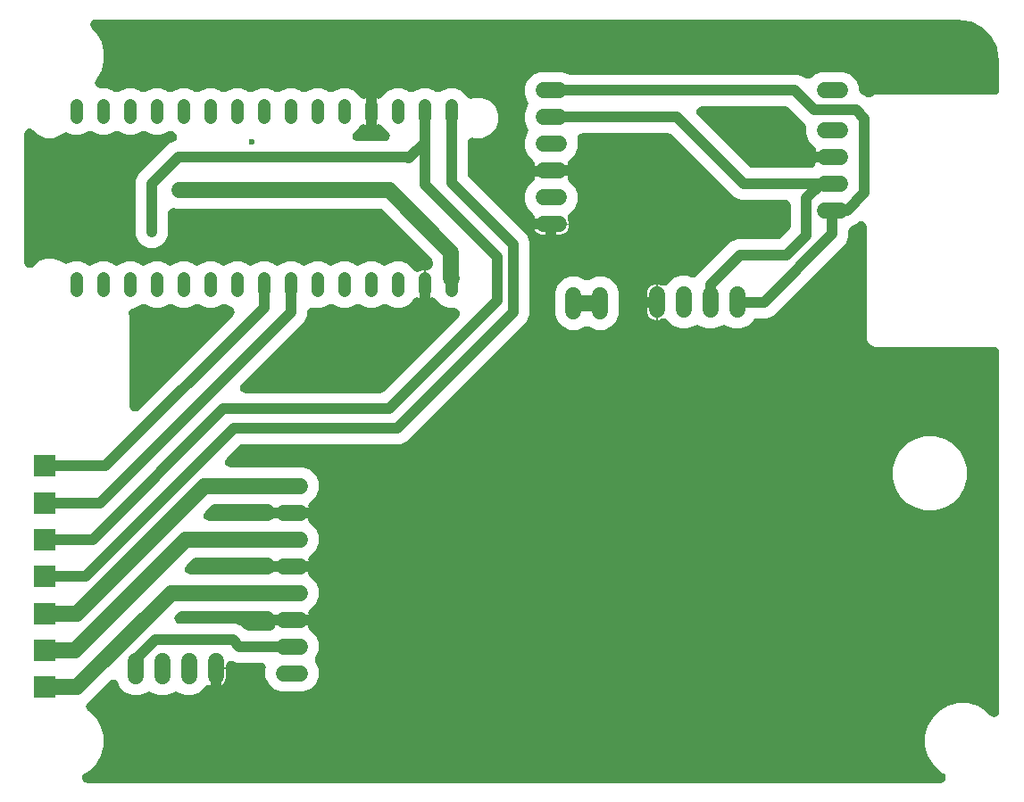
<source format=gbr>
G04 EAGLE Gerber RS-274X export*
G75*
%MOMM*%
%FSLAX34Y34*%
%LPD*%
%INTop Copper*%
%IPPOS*%
%AMOC8*
5,1,8,0,0,1.08239X$1,22.5*%
G01*
G04 Define Apertures*
%ADD10C,1.500000*%
%ADD11R,2.000000X2.000000*%
%ADD12C,1.200000*%
%ADD13C,1.000000*%
%ADD14C,0.600000*%
G36*
X880975Y10556D02*
X879025Y10160D01*
X69975Y10160D01*
X68914Y10274D01*
X67092Y11075D01*
X65727Y12523D01*
X65035Y14389D01*
X65126Y16377D01*
X65984Y18172D01*
X67475Y19490D01*
X71589Y21865D01*
X78135Y28411D01*
X82764Y36429D01*
X85160Y45371D01*
X85160Y54629D01*
X82764Y63571D01*
X78135Y71589D01*
X71589Y78135D01*
X71223Y78346D01*
X70302Y79030D01*
X69150Y80653D01*
X68723Y82597D01*
X69088Y84553D01*
X70187Y86212D01*
X90881Y106906D01*
X92357Y107926D01*
X94297Y108369D01*
X96256Y108019D01*
X97923Y106934D01*
X99036Y105284D01*
X100729Y101196D01*
X105696Y96229D01*
X112187Y93540D01*
X119213Y93540D01*
X126487Y96553D01*
X128360Y96933D01*
X130313Y96553D01*
X137587Y93540D01*
X144613Y93540D01*
X151887Y96553D01*
X153760Y96933D01*
X155713Y96553D01*
X162987Y93540D01*
X170013Y93540D01*
X176504Y96229D01*
X181966Y101691D01*
X183515Y102744D01*
X185462Y103155D01*
X187415Y102775D01*
X190010Y101700D01*
X191138Y101700D01*
X191138Y119462D01*
X201400Y119462D01*
X201400Y121102D01*
X201722Y122867D01*
X202781Y124552D01*
X204413Y125691D01*
X206360Y126102D01*
X208313Y125722D01*
X211196Y124528D01*
X234095Y124528D01*
X235860Y124206D01*
X237545Y123147D01*
X238683Y121515D01*
X239095Y119568D01*
X238791Y118010D01*
X238791Y110775D01*
X241480Y104284D01*
X246448Y99316D01*
X252939Y96628D01*
X274964Y96628D01*
X281455Y99316D01*
X286423Y104284D01*
X289111Y110775D01*
X289111Y117800D01*
X286099Y125074D01*
X285718Y126948D01*
X286099Y128901D01*
X289111Y136175D01*
X289111Y143200D01*
X286423Y149691D01*
X280960Y155154D01*
X279908Y156703D01*
X279496Y158649D01*
X279876Y160603D01*
X280951Y163198D01*
X280951Y164326D01*
X246951Y164326D01*
X246951Y163198D01*
X247547Y161761D01*
X247925Y160007D01*
X247591Y158045D01*
X246519Y156369D01*
X244877Y155244D01*
X242927Y154848D01*
X222562Y154848D01*
X220685Y155213D01*
X219026Y156312D01*
X216286Y159052D01*
X210715Y161360D01*
X157406Y161360D01*
X155678Y161668D01*
X153985Y162714D01*
X152834Y164337D01*
X152407Y166280D01*
X152772Y168237D01*
X153871Y169896D01*
X155338Y171363D01*
X156924Y172432D01*
X158874Y172828D01*
X241951Y172828D01*
X243754Y172491D01*
X245430Y171419D01*
X246555Y169778D01*
X246951Y167828D01*
X246951Y165850D01*
X280951Y165850D01*
X280951Y166977D01*
X279876Y169573D01*
X279496Y171406D01*
X279861Y173363D01*
X280960Y175022D01*
X286423Y180484D01*
X289111Y186975D01*
X289111Y194000D01*
X286423Y200491D01*
X280960Y205954D01*
X279908Y207503D01*
X279496Y209449D01*
X279876Y211403D01*
X280951Y213998D01*
X280951Y215126D01*
X246951Y215126D01*
X246951Y213148D01*
X246615Y211345D01*
X245543Y209669D01*
X243902Y208544D01*
X241951Y208148D01*
X167194Y208148D01*
X165466Y208456D01*
X163773Y209501D01*
X162621Y211124D01*
X162194Y213068D01*
X162559Y215024D01*
X163658Y216683D01*
X169138Y222163D01*
X170724Y223232D01*
X172674Y223628D01*
X241951Y223628D01*
X243754Y223291D01*
X245430Y222219D01*
X246555Y220578D01*
X246951Y218628D01*
X246951Y216650D01*
X280951Y216650D01*
X280951Y217777D01*
X279876Y220373D01*
X279496Y222206D01*
X279861Y224163D01*
X280960Y225822D01*
X286423Y231284D01*
X289111Y237775D01*
X289111Y244800D01*
X286423Y251291D01*
X280960Y256754D01*
X279908Y258303D01*
X279496Y260249D01*
X279876Y262203D01*
X280951Y264798D01*
X280951Y265926D01*
X246951Y265926D01*
X246951Y263948D01*
X246615Y262145D01*
X245543Y260469D01*
X243902Y259344D01*
X241951Y258948D01*
X184994Y258948D01*
X183266Y259256D01*
X181573Y260301D01*
X180421Y261924D01*
X179994Y263868D01*
X180359Y265824D01*
X181458Y267483D01*
X186938Y272963D01*
X188524Y274032D01*
X190474Y274428D01*
X241951Y274428D01*
X243754Y274091D01*
X245430Y273019D01*
X246555Y271378D01*
X246951Y269428D01*
X246951Y267450D01*
X280951Y267450D01*
X280951Y268577D01*
X279876Y271173D01*
X279496Y273006D01*
X279861Y274963D01*
X280960Y276622D01*
X286423Y282084D01*
X289111Y288575D01*
X289111Y295600D01*
X286423Y302091D01*
X281455Y307059D01*
X274964Y309748D01*
X205258Y309748D01*
X203530Y310056D01*
X201837Y311101D01*
X200686Y312724D01*
X200259Y314668D01*
X200624Y316624D01*
X201723Y318283D01*
X213815Y330376D01*
X215400Y331444D01*
X217351Y331840D01*
X367016Y331840D01*
X372587Y334148D01*
X486852Y448413D01*
X489160Y453985D01*
X489160Y524016D01*
X487501Y528020D01*
X487127Y529694D01*
X487161Y529920D01*
X487061Y529939D01*
X485402Y531038D01*
X431824Y584615D01*
X430756Y586200D01*
X430360Y588151D01*
X430360Y617502D01*
X430682Y619267D01*
X431741Y620952D01*
X433373Y622090D01*
X435320Y622502D01*
X436289Y622313D01*
X444389Y622313D01*
X451391Y625213D01*
X456750Y630572D01*
X459650Y637574D01*
X459650Y645152D01*
X456750Y652154D01*
X451391Y657513D01*
X444389Y660413D01*
X436811Y660413D01*
X435422Y659838D01*
X433628Y659458D01*
X431669Y659808D01*
X430001Y660893D01*
X428921Y662496D01*
X424354Y667063D01*
X418414Y669523D01*
X411986Y669523D01*
X406046Y667063D01*
X406036Y667052D01*
X404523Y666015D01*
X402580Y665588D01*
X400623Y665953D01*
X398964Y667052D01*
X398954Y667063D01*
X393014Y669523D01*
X386586Y669523D01*
X380646Y667063D01*
X380636Y667052D01*
X379123Y666015D01*
X377180Y665588D01*
X375223Y665953D01*
X373564Y667052D01*
X373554Y667063D01*
X367614Y669523D01*
X361186Y669523D01*
X355246Y667063D01*
X350659Y662476D01*
X349725Y661041D01*
X348093Y659902D01*
X346146Y659491D01*
X344192Y659871D01*
X340591Y661363D01*
X339762Y661363D01*
X339762Y633363D01*
X340591Y633363D01*
X344192Y634855D01*
X345986Y635234D01*
X347945Y634885D01*
X349613Y633799D01*
X350652Y632257D01*
X355214Y627696D01*
X356218Y626256D01*
X356676Y624319D01*
X356342Y622358D01*
X355270Y620681D01*
X353628Y619556D01*
X351678Y619160D01*
X326322Y619160D01*
X324594Y619468D01*
X322901Y620514D01*
X321749Y622137D01*
X321322Y624080D01*
X321687Y626037D01*
X322786Y627696D01*
X327341Y632250D01*
X328275Y633685D01*
X329907Y634824D01*
X331854Y635235D01*
X333808Y634855D01*
X337409Y633363D01*
X338238Y633363D01*
X338238Y661363D01*
X337409Y661363D01*
X333808Y659871D01*
X332014Y659492D01*
X330055Y659841D01*
X328387Y660927D01*
X327348Y662469D01*
X322754Y667063D01*
X316814Y669523D01*
X310386Y669523D01*
X304446Y667063D01*
X304436Y667052D01*
X302923Y666015D01*
X300980Y665588D01*
X299023Y665953D01*
X297364Y667052D01*
X297354Y667063D01*
X291414Y669523D01*
X284986Y669523D01*
X279046Y667063D01*
X279036Y667052D01*
X277523Y666015D01*
X275580Y665588D01*
X273623Y665953D01*
X271964Y667052D01*
X271954Y667063D01*
X266014Y669523D01*
X259586Y669523D01*
X253646Y667063D01*
X253636Y667052D01*
X252123Y666015D01*
X250180Y665588D01*
X248223Y665953D01*
X246564Y667052D01*
X246554Y667063D01*
X240614Y669523D01*
X234186Y669523D01*
X228246Y667063D01*
X228236Y667052D01*
X226723Y666015D01*
X224780Y665588D01*
X222823Y665953D01*
X221164Y667052D01*
X221154Y667063D01*
X215214Y669523D01*
X208786Y669523D01*
X202846Y667063D01*
X202836Y667052D01*
X201323Y666015D01*
X199380Y665588D01*
X197423Y665953D01*
X195764Y667052D01*
X195754Y667063D01*
X189814Y669523D01*
X183386Y669523D01*
X177446Y667063D01*
X177436Y667052D01*
X175923Y666015D01*
X173980Y665588D01*
X172023Y665953D01*
X170364Y667052D01*
X170354Y667063D01*
X164414Y669523D01*
X157986Y669523D01*
X152046Y667063D01*
X152036Y667052D01*
X150523Y666015D01*
X148580Y665588D01*
X146623Y665953D01*
X144964Y667052D01*
X144954Y667063D01*
X139014Y669523D01*
X132586Y669523D01*
X126646Y667063D01*
X126636Y667052D01*
X125123Y666015D01*
X123180Y665588D01*
X121223Y665953D01*
X119564Y667052D01*
X119554Y667063D01*
X113614Y669523D01*
X107186Y669523D01*
X101246Y667063D01*
X101236Y667052D01*
X99723Y666015D01*
X97780Y665588D01*
X95823Y665953D01*
X94164Y667052D01*
X94154Y667063D01*
X88214Y669523D01*
X82025Y669523D01*
X80297Y669831D01*
X78604Y670877D01*
X77453Y672500D01*
X77026Y674443D01*
X77390Y676400D01*
X78489Y678059D01*
X78535Y678104D01*
X83230Y686236D01*
X85660Y695305D01*
X85660Y704695D01*
X83230Y713764D01*
X78535Y721896D01*
X74126Y726304D01*
X73122Y727744D01*
X72664Y729681D01*
X72998Y731642D01*
X74070Y733319D01*
X75712Y734444D01*
X77662Y734840D01*
X895000Y734840D01*
X895782Y734778D01*
X906548Y733073D01*
X908036Y732590D01*
X917748Y727641D01*
X919014Y726722D01*
X926722Y719014D01*
X927641Y717748D01*
X932590Y708036D01*
X933073Y706548D01*
X934778Y695782D01*
X934840Y695000D01*
X934840Y668160D01*
X934504Y666358D01*
X933431Y664681D01*
X931790Y663556D01*
X929840Y663160D01*
X816979Y663160D01*
X812500Y661305D01*
X810666Y660925D01*
X808710Y661290D01*
X808317Y661550D01*
X804707Y663045D01*
X803141Y664073D01*
X802016Y665715D01*
X801620Y667665D01*
X801620Y670813D01*
X798931Y677304D01*
X793964Y682271D01*
X787473Y684960D01*
X765447Y684960D01*
X758956Y682271D01*
X756598Y679913D01*
X755086Y678876D01*
X753142Y678449D01*
X751186Y678814D01*
X749527Y679913D01*
X749288Y680152D01*
X743716Y682460D01*
X527803Y682460D01*
X525889Y682841D01*
X520773Y684960D01*
X498747Y684960D01*
X492256Y682271D01*
X487289Y677304D01*
X484600Y670813D01*
X484600Y663787D01*
X487613Y656513D01*
X487993Y654640D01*
X487613Y652687D01*
X484600Y645413D01*
X484600Y638387D01*
X487613Y631113D01*
X487993Y629240D01*
X487613Y627287D01*
X484600Y620013D01*
X484600Y612987D01*
X487289Y606496D01*
X492751Y601034D01*
X493804Y599485D01*
X494215Y597538D01*
X493835Y595585D01*
X492760Y592990D01*
X492760Y591862D01*
X526760Y591862D01*
X526760Y592990D01*
X525685Y595585D01*
X525305Y597419D01*
X525670Y599375D01*
X526769Y601034D01*
X532231Y606496D01*
X534920Y612987D01*
X534920Y620184D01*
X534619Y621581D01*
X534953Y623542D01*
X536025Y625219D01*
X537666Y626344D01*
X539617Y626740D01*
X620749Y626740D01*
X622626Y626375D01*
X624285Y625276D01*
X683800Y565761D01*
X689372Y563453D01*
X731828Y563453D01*
X733630Y563117D01*
X735306Y562044D01*
X736432Y560403D01*
X736828Y558453D01*
X736828Y538338D01*
X736462Y536462D01*
X735363Y534803D01*
X728185Y527624D01*
X726600Y526556D01*
X724649Y526160D01*
X685985Y526160D01*
X680413Y523852D01*
X647845Y491284D01*
X646296Y490232D01*
X644349Y489820D01*
X642396Y490201D01*
X638873Y491660D01*
X631847Y491660D01*
X625356Y488971D01*
X619894Y483509D01*
X618345Y482456D01*
X616398Y482045D01*
X614445Y482425D01*
X611850Y483500D01*
X610722Y483500D01*
X610722Y449500D01*
X611850Y449500D01*
X614445Y450575D01*
X616279Y450955D01*
X618235Y450590D01*
X619894Y449491D01*
X625356Y444029D01*
X631847Y441340D01*
X638873Y441340D01*
X646147Y444353D01*
X648020Y444733D01*
X649973Y444353D01*
X657247Y441340D01*
X664273Y441340D01*
X671547Y444353D01*
X673420Y444733D01*
X675373Y444353D01*
X682647Y441340D01*
X689673Y441340D01*
X696164Y444029D01*
X701656Y449521D01*
X701852Y449819D01*
X703493Y450944D01*
X705443Y451340D01*
X714516Y451340D01*
X720087Y453648D01*
X789352Y522913D01*
X791660Y528485D01*
X791660Y533830D01*
X792011Y535669D01*
X793096Y537337D01*
X793412Y537550D01*
X793597Y537735D01*
X795219Y538819D01*
X796769Y539461D01*
X796769Y539461D01*
X798701Y540261D01*
X800304Y541865D01*
X801744Y542869D01*
X803681Y543327D01*
X805642Y542993D01*
X807319Y541921D01*
X808444Y540280D01*
X808840Y538329D01*
X808840Y431979D01*
X810387Y428245D01*
X813245Y425387D01*
X816979Y423840D01*
X929840Y423840D01*
X931642Y423504D01*
X933319Y422431D01*
X934444Y420790D01*
X934840Y418840D01*
X934840Y77662D01*
X934532Y75934D01*
X933486Y74241D01*
X931863Y73090D01*
X929920Y72663D01*
X927963Y73027D01*
X926304Y74126D01*
X921896Y78535D01*
X913764Y83230D01*
X904695Y85660D01*
X895305Y85660D01*
X886236Y83230D01*
X878104Y78535D01*
X871465Y71896D01*
X866770Y63764D01*
X864340Y54695D01*
X864340Y45305D01*
X866770Y36236D01*
X871465Y28104D01*
X878104Y21465D01*
X881525Y19490D01*
X882387Y18861D01*
X883564Y17256D01*
X884022Y15319D01*
X883688Y13358D01*
X882616Y11681D01*
X880975Y10556D01*
G37*
%LPC*%
G36*
X492760Y541062D02*
X526760Y541062D01*
X526760Y542190D01*
X525685Y544785D01*
X525305Y546619D01*
X525670Y548575D01*
X526769Y550234D01*
X532231Y555696D01*
X534920Y562187D01*
X534920Y569213D01*
X532231Y575704D01*
X526769Y581166D01*
X525716Y582715D01*
X525305Y584662D01*
X525685Y586615D01*
X526760Y589210D01*
X526760Y590338D01*
X492760Y590338D01*
X492760Y589210D01*
X493835Y586615D01*
X494215Y584781D01*
X493850Y582825D01*
X492751Y581166D01*
X487289Y575704D01*
X484600Y569213D01*
X484600Y562187D01*
X487289Y555696D01*
X492751Y550234D01*
X493804Y548685D01*
X494215Y546738D01*
X493835Y544785D01*
X492760Y542190D01*
X492760Y541062D01*
G37*
G36*
X500370Y530800D02*
X508998Y530800D01*
X508998Y539538D01*
X492760Y539538D01*
X492760Y538410D01*
X493557Y536486D01*
X493932Y534812D01*
X493897Y534586D01*
X493997Y534568D01*
X495656Y533469D01*
X496879Y532246D01*
X500370Y530800D01*
G37*
G36*
X510522Y530800D02*
X519150Y530800D01*
X522641Y532246D01*
X525314Y534919D01*
X526760Y538410D01*
X526760Y539538D01*
X510522Y539538D01*
X510522Y530800D01*
G37*
G36*
X527387Y440340D02*
X534413Y440340D01*
X541687Y443353D01*
X543560Y443733D01*
X545513Y443353D01*
X552787Y440340D01*
X559813Y440340D01*
X566304Y443029D01*
X571271Y447996D01*
X573960Y454487D01*
X573960Y476513D01*
X571271Y483004D01*
X566304Y487971D01*
X559813Y490660D01*
X552787Y490660D01*
X545513Y487647D01*
X543640Y487267D01*
X541687Y487647D01*
X534413Y490660D01*
X527387Y490660D01*
X520896Y487971D01*
X515929Y483004D01*
X513240Y476513D01*
X513240Y454487D01*
X515929Y447996D01*
X520896Y443029D01*
X527387Y440340D01*
G37*
G36*
X600460Y467262D02*
X609198Y467262D01*
X609198Y483500D01*
X608070Y483500D01*
X604579Y482054D01*
X601906Y479381D01*
X600460Y475890D01*
X600460Y467262D01*
G37*
G36*
X608070Y449500D02*
X609198Y449500D01*
X609198Y465738D01*
X600460Y465738D01*
X600460Y457110D01*
X601906Y453619D01*
X604579Y450946D01*
X608070Y449500D01*
G37*
G36*
X864335Y268840D02*
X873593Y268840D01*
X882535Y271236D01*
X890553Y275865D01*
X897099Y282411D01*
X901728Y290429D01*
X904124Y299371D01*
X904124Y308629D01*
X901728Y317571D01*
X897099Y325589D01*
X890553Y332135D01*
X882535Y336764D01*
X873593Y339160D01*
X864335Y339160D01*
X855393Y336764D01*
X847375Y332135D01*
X840829Y325589D01*
X836200Y317571D01*
X833804Y308629D01*
X833804Y299371D01*
X836200Y290429D01*
X840829Y282411D01*
X847375Y275865D01*
X855393Y271236D01*
X864335Y268840D01*
G37*
G36*
X192662Y101700D02*
X193790Y101700D01*
X197281Y103146D01*
X199954Y105819D01*
X201400Y109310D01*
X201400Y117938D01*
X192662Y117938D01*
X192662Y101700D01*
G37*
%LPD*%
G36*
X757467Y594169D02*
X755517Y593773D01*
X700738Y593773D01*
X698861Y594139D01*
X697202Y595237D01*
X648835Y643604D01*
X647831Y645044D01*
X647373Y646981D01*
X647707Y648942D01*
X648779Y650619D01*
X650420Y651744D01*
X652371Y652140D01*
X732349Y652140D01*
X734226Y651775D01*
X735885Y650676D01*
X749876Y636685D01*
X750944Y635100D01*
X751340Y633149D01*
X751340Y626100D01*
X754029Y619609D01*
X759520Y614118D01*
X760573Y612569D01*
X760985Y610622D01*
X760604Y608669D01*
X759500Y606003D01*
X759500Y604875D01*
X777262Y604875D01*
X777262Y603351D01*
X759500Y603351D01*
X759500Y602223D01*
X760137Y600686D01*
X760515Y598932D01*
X760181Y596971D01*
X759109Y595294D01*
X757467Y594169D01*
G37*
G36*
X349600Y380556D02*
X347649Y380160D01*
X219671Y380160D01*
X217943Y380468D01*
X216250Y381514D01*
X215098Y383137D01*
X214671Y385080D01*
X215036Y387037D01*
X216135Y388696D01*
X275652Y448213D01*
X277960Y453785D01*
X277960Y456230D01*
X278282Y457995D01*
X279341Y459680D01*
X280973Y460818D01*
X282920Y461230D01*
X284873Y460849D01*
X284986Y460803D01*
X291414Y460803D01*
X297354Y463263D01*
X297364Y463274D01*
X298877Y464311D01*
X300820Y464738D01*
X302777Y464373D01*
X304436Y463274D01*
X304446Y463263D01*
X310386Y460803D01*
X316814Y460803D01*
X322754Y463263D01*
X322764Y463274D01*
X324277Y464311D01*
X326220Y464738D01*
X328177Y464373D01*
X329836Y463274D01*
X329846Y463263D01*
X335786Y460803D01*
X342214Y460803D01*
X348154Y463263D01*
X348164Y463274D01*
X349677Y464311D01*
X351620Y464738D01*
X353577Y464373D01*
X355236Y463274D01*
X355246Y463263D01*
X361186Y460803D01*
X367614Y460803D01*
X373554Y463263D01*
X378141Y467850D01*
X379075Y469285D01*
X380707Y470424D01*
X382654Y470835D01*
X384608Y470455D01*
X388209Y468963D01*
X389038Y468963D01*
X389038Y496963D01*
X388209Y496963D01*
X384608Y495471D01*
X382814Y495092D01*
X380855Y495441D01*
X379187Y496527D01*
X378148Y498069D01*
X373554Y502663D01*
X367614Y505123D01*
X361186Y505123D01*
X355246Y502663D01*
X355236Y502652D01*
X353723Y501615D01*
X351780Y501188D01*
X349823Y501553D01*
X348164Y502652D01*
X348154Y502663D01*
X342214Y505123D01*
X335786Y505123D01*
X329846Y502663D01*
X329836Y502652D01*
X328323Y501615D01*
X326380Y501188D01*
X324423Y501553D01*
X322764Y502652D01*
X322754Y502663D01*
X316814Y505123D01*
X310386Y505123D01*
X304446Y502663D01*
X304436Y502652D01*
X302923Y501615D01*
X300980Y501188D01*
X299023Y501553D01*
X297364Y502652D01*
X297354Y502663D01*
X291414Y505123D01*
X284986Y505123D01*
X279046Y502663D01*
X279036Y502652D01*
X277523Y501615D01*
X275580Y501188D01*
X273623Y501553D01*
X271964Y502652D01*
X271954Y502663D01*
X266014Y505123D01*
X259586Y505123D01*
X253646Y502663D01*
X253636Y502652D01*
X252123Y501615D01*
X250180Y501188D01*
X248223Y501553D01*
X246564Y502652D01*
X246554Y502663D01*
X240614Y505123D01*
X234186Y505123D01*
X228246Y502663D01*
X228236Y502652D01*
X226723Y501615D01*
X224780Y501188D01*
X222823Y501553D01*
X221164Y502652D01*
X221154Y502663D01*
X215214Y505123D01*
X208786Y505123D01*
X202846Y502663D01*
X202836Y502652D01*
X201323Y501615D01*
X199380Y501188D01*
X197423Y501553D01*
X195764Y502652D01*
X195754Y502663D01*
X189814Y505123D01*
X183386Y505123D01*
X177446Y502663D01*
X177436Y502652D01*
X175923Y501615D01*
X173980Y501188D01*
X172023Y501553D01*
X170364Y502652D01*
X170354Y502663D01*
X164414Y505123D01*
X157986Y505123D01*
X152046Y502663D01*
X152036Y502652D01*
X150523Y501615D01*
X148580Y501188D01*
X146623Y501553D01*
X144964Y502652D01*
X144954Y502663D01*
X139014Y505123D01*
X132586Y505123D01*
X126646Y502663D01*
X126636Y502652D01*
X125123Y501615D01*
X123180Y501188D01*
X121223Y501553D01*
X119564Y502652D01*
X119554Y502663D01*
X113614Y505123D01*
X107186Y505123D01*
X101246Y502663D01*
X101236Y502652D01*
X99723Y501615D01*
X97780Y501188D01*
X95823Y501553D01*
X94164Y502652D01*
X94154Y502663D01*
X88214Y505123D01*
X81786Y505123D01*
X75846Y502663D01*
X75836Y502652D01*
X74323Y501615D01*
X72380Y501188D01*
X70423Y501553D01*
X68764Y502652D01*
X68754Y502663D01*
X62814Y505123D01*
X56386Y505123D01*
X51408Y503061D01*
X49574Y502681D01*
X47618Y503046D01*
X45959Y504145D01*
X44991Y505113D01*
X37989Y508013D01*
X30411Y508013D01*
X23409Y505113D01*
X18696Y500399D01*
X17256Y499395D01*
X15319Y498937D01*
X13358Y499271D01*
X11681Y500343D01*
X10556Y501985D01*
X10160Y503935D01*
X10160Y626391D01*
X10468Y628119D01*
X11514Y629812D01*
X13137Y630964D01*
X15080Y631391D01*
X17037Y631026D01*
X18696Y629927D01*
X23409Y625213D01*
X30411Y622313D01*
X37989Y622313D01*
X44991Y625213D01*
X45959Y626181D01*
X47508Y627234D01*
X49454Y627645D01*
X51408Y627265D01*
X56386Y625203D01*
X62814Y625203D01*
X68754Y627663D01*
X68764Y627674D01*
X70277Y628711D01*
X72220Y629138D01*
X74177Y628773D01*
X75836Y627674D01*
X75846Y627663D01*
X81786Y625203D01*
X88214Y625203D01*
X94154Y627663D01*
X94164Y627674D01*
X95677Y628711D01*
X97620Y629138D01*
X99577Y628773D01*
X101236Y627674D01*
X101246Y627663D01*
X107186Y625203D01*
X113614Y625203D01*
X119554Y627663D01*
X119564Y627674D01*
X121077Y628711D01*
X123020Y629138D01*
X124977Y628773D01*
X126636Y627674D01*
X126646Y627663D01*
X132586Y625203D01*
X139014Y625203D01*
X144954Y627663D01*
X144964Y627674D01*
X146477Y628711D01*
X148420Y629138D01*
X150377Y628773D01*
X152036Y627674D01*
X152308Y627401D01*
X153106Y626891D01*
X154270Y625277D01*
X154713Y623337D01*
X154363Y621378D01*
X153278Y619710D01*
X151627Y618598D01*
X147413Y616852D01*
X118148Y587587D01*
X115840Y582016D01*
X115840Y529985D01*
X118148Y524413D01*
X122413Y520148D01*
X127985Y517840D01*
X134016Y517840D01*
X139587Y520148D01*
X143852Y524413D01*
X146160Y529985D01*
X146160Y550892D01*
X146482Y552657D01*
X147541Y554342D01*
X149173Y555480D01*
X151120Y555892D01*
X153073Y555511D01*
X153487Y555340D01*
X346614Y555340D01*
X348490Y554975D01*
X350149Y553876D01*
X395876Y508149D01*
X396944Y506564D01*
X397340Y504614D01*
X397340Y501963D01*
X397004Y500161D01*
X395931Y498484D01*
X394290Y497359D01*
X392340Y496963D01*
X390562Y496963D01*
X390562Y468963D01*
X391391Y468963D01*
X394992Y470455D01*
X396786Y470834D01*
X398745Y470485D01*
X400413Y469399D01*
X401452Y467857D01*
X406046Y463263D01*
X411986Y460803D01*
X418292Y460803D01*
X420020Y460495D01*
X421714Y459449D01*
X422865Y457826D01*
X423292Y455883D01*
X422927Y453926D01*
X421828Y452267D01*
X351185Y381624D01*
X349600Y380556D01*
G37*
G36*
X117256Y363131D02*
X115319Y362673D01*
X113358Y363007D01*
X111681Y364079D01*
X110556Y365720D01*
X110160Y367671D01*
X110160Y452021D01*
X109386Y453890D01*
X109008Y455644D01*
X109342Y457605D01*
X110414Y459282D01*
X112055Y460407D01*
X113238Y460647D01*
X119554Y463263D01*
X119564Y463274D01*
X121077Y464311D01*
X123020Y464738D01*
X124977Y464373D01*
X126636Y463274D01*
X126646Y463263D01*
X132586Y460803D01*
X139014Y460803D01*
X144954Y463263D01*
X144964Y463274D01*
X146477Y464311D01*
X148420Y464738D01*
X150377Y464373D01*
X152036Y463274D01*
X152046Y463263D01*
X157986Y460803D01*
X164414Y460803D01*
X170354Y463263D01*
X170364Y463274D01*
X171877Y464311D01*
X173820Y464738D01*
X175777Y464373D01*
X177436Y463274D01*
X177446Y463263D01*
X183386Y460803D01*
X189814Y460803D01*
X195754Y463263D01*
X195764Y463274D01*
X197277Y464311D01*
X199220Y464738D01*
X201177Y464373D01*
X202836Y463274D01*
X202846Y463263D01*
X206523Y461740D01*
X208031Y460767D01*
X209182Y459144D01*
X209609Y457200D01*
X209245Y455244D01*
X208146Y453585D01*
X118696Y364135D01*
X117256Y363131D01*
G37*
D10*
X271451Y215888D02*
X256451Y215888D01*
X256451Y139688D02*
X271451Y139688D01*
X271451Y165088D02*
X256451Y165088D01*
X256451Y190488D02*
X271451Y190488D01*
X271451Y114288D02*
X256451Y114288D01*
X256451Y241288D02*
X271451Y241288D01*
X271451Y266688D02*
X256451Y266688D01*
X256451Y292088D02*
X271451Y292088D01*
X769000Y629613D02*
X784000Y629613D01*
X784000Y604113D02*
X769000Y604113D01*
X769000Y578613D02*
X784000Y578613D01*
X784000Y553113D02*
X769000Y553113D01*
X517260Y667300D02*
X502260Y667300D01*
X502260Y641900D02*
X517260Y641900D01*
X517260Y616500D02*
X502260Y616500D01*
X502260Y591100D02*
X517260Y591100D01*
X768960Y667300D02*
X783960Y667300D01*
X517260Y565700D02*
X502260Y565700D01*
X502260Y540300D02*
X517260Y540300D01*
X635360Y474000D02*
X635360Y459000D01*
X609960Y459000D02*
X609960Y474000D01*
X686160Y474000D02*
X686160Y459000D01*
X660760Y459000D02*
X660760Y474000D01*
X556300Y473000D02*
X556300Y458000D01*
X530900Y458000D02*
X530900Y473000D01*
X191900Y126200D02*
X191900Y111200D01*
X166500Y111200D02*
X166500Y126200D01*
X141100Y126200D02*
X141100Y111200D01*
X115700Y111200D02*
X115700Y126200D01*
D11*
X29000Y136000D03*
X29000Y171000D03*
X29000Y101000D03*
X29000Y311000D03*
X29000Y276000D03*
X29000Y206000D03*
X29000Y241000D03*
D12*
X59600Y476963D02*
X59600Y488963D01*
X85000Y488963D02*
X85000Y476963D01*
X110400Y476963D02*
X110400Y488963D01*
X135800Y488963D02*
X135800Y476963D01*
X161200Y476963D02*
X161200Y488963D01*
X186600Y488963D02*
X186600Y476963D01*
X212000Y476963D02*
X212000Y488963D01*
X237400Y488963D02*
X237400Y476963D01*
X262800Y476963D02*
X262800Y488963D01*
X288200Y488963D02*
X288200Y476963D01*
X313600Y476963D02*
X313600Y488963D01*
X339000Y488963D02*
X339000Y476963D01*
X364400Y476963D02*
X364400Y488963D01*
X389800Y488963D02*
X389800Y476963D01*
X415200Y476963D02*
X415200Y488963D01*
X415200Y641363D02*
X415200Y653363D01*
X389800Y653363D02*
X389800Y641363D01*
X364400Y641363D02*
X364400Y653363D01*
X339000Y653363D02*
X339000Y641363D01*
X313600Y641363D02*
X313600Y653363D01*
X288200Y653363D02*
X288200Y641363D01*
X262800Y641363D02*
X262800Y653363D01*
X237400Y653363D02*
X237400Y641363D01*
X212000Y641363D02*
X212000Y653363D01*
X186600Y653363D02*
X186600Y641363D01*
X161200Y641363D02*
X161200Y653363D01*
X135800Y653363D02*
X135800Y641363D01*
X110400Y641363D02*
X110400Y653363D01*
X85000Y653363D02*
X85000Y641363D01*
X59600Y641363D02*
X59600Y653363D01*
D13*
X389800Y488963D02*
X390000Y489163D01*
X389800Y488963D02*
X389800Y460800D01*
X388000Y459000D01*
X487700Y540300D02*
X509760Y540300D01*
X487700Y540300D02*
X486000Y542000D01*
X509760Y540300D02*
X509760Y525760D01*
X509000Y525000D01*
X509660Y591000D02*
X509760Y591100D01*
X509660Y591000D02*
X487000Y591000D01*
X509760Y591100D02*
X531900Y591100D01*
X532000Y591000D01*
X594500Y466500D02*
X609960Y466500D01*
X594500Y466500D02*
X594000Y467000D01*
X339000Y631000D02*
X339000Y641363D01*
X339000Y631000D02*
X337000Y629000D01*
X339000Y641363D02*
X339000Y667000D01*
X338000Y668000D01*
D14*
X304000Y419000D03*
X111000Y32000D03*
X755000Y467000D03*
X634000Y708000D03*
X559000Y550000D03*
D13*
X263951Y266688D02*
X242312Y266688D01*
X242000Y267000D01*
X263951Y266688D02*
X288688Y266688D01*
X289000Y267000D01*
X751113Y604113D02*
X776500Y604113D01*
X751113Y604113D02*
X751000Y604000D01*
X284912Y165088D02*
X263951Y165088D01*
X284912Y165088D02*
X285000Y165000D01*
X286888Y215888D02*
X263951Y215888D01*
X286888Y215888D02*
X287000Y216000D01*
X191900Y118700D02*
X191900Y101100D01*
X192000Y101000D01*
X235112Y215888D02*
X263951Y215888D01*
X235112Y215888D02*
X235000Y216000D01*
X234088Y165088D02*
X263951Y165088D01*
X234088Y165088D02*
X233000Y164000D01*
D14*
X226000Y618500D03*
X24000Y608000D03*
X30000Y522000D03*
X214000Y524000D03*
X673000Y640000D03*
X745000Y599000D03*
X182000Y32000D03*
X256000Y32000D03*
X337000Y32000D03*
X420000Y32000D03*
X518000Y32000D03*
X605000Y32000D03*
X684000Y32000D03*
X769000Y32000D03*
X837000Y32000D03*
X915000Y119000D03*
X915000Y217000D03*
X915000Y376000D03*
X134000Y713000D03*
X237000Y713000D03*
X440000Y713000D03*
X772000Y713000D03*
X881000Y713000D03*
X493000Y291000D03*
X588000Y376000D03*
X592000Y286000D03*
X712000Y376000D03*
X723000Y299000D03*
X808000Y376000D03*
X140000Y431000D03*
X338000Y299000D03*
X157000Y573000D03*
D10*
X356000Y573000D01*
X415000Y514000D01*
X415000Y489163D01*
X415200Y488963D01*
X263951Y190488D02*
X149488Y190488D01*
X60000Y101000D01*
X29000Y101000D01*
X530900Y465500D02*
X556300Y465500D01*
D13*
X115700Y127700D02*
X115700Y118700D01*
X214211Y139688D02*
X263951Y139688D01*
X214211Y139688D02*
X207699Y146200D01*
X134200Y146200D01*
X115700Y127700D01*
X209000Y347000D02*
X364000Y347000D01*
X474000Y457000D01*
X474000Y521000D01*
X415200Y579800D01*
X415200Y641363D01*
X68000Y206000D02*
X29000Y206000D01*
X68000Y206000D02*
X209000Y347000D01*
X689000Y511000D02*
X733000Y511000D01*
X689000Y511000D02*
X660760Y482760D01*
X660760Y466500D01*
X751988Y529988D02*
X751988Y564988D01*
X765613Y578613D01*
X776500Y578613D01*
X751988Y529988D02*
X733000Y511000D01*
X82000Y276000D02*
X29000Y276000D01*
X82000Y276000D02*
X262800Y456800D01*
X262800Y488963D01*
X509760Y641900D02*
X629100Y641900D01*
X692387Y578613D01*
X776500Y578613D01*
X759000Y649000D02*
X740700Y667300D01*
X759000Y649000D02*
X799000Y649000D01*
X807000Y641000D01*
X807000Y570000D01*
X790113Y553113D01*
X776500Y553113D01*
X776500Y531500D01*
X711500Y466500D01*
X686160Y466500D01*
X740700Y667300D02*
X509760Y667300D01*
X87000Y311000D02*
X29000Y311000D01*
X87000Y311000D02*
X237400Y461400D01*
X237400Y488963D01*
X389800Y578200D02*
X389800Y618000D01*
X389800Y641363D01*
X389800Y578200D02*
X459000Y509000D01*
X459000Y468000D01*
X356000Y365000D01*
X199000Y365000D01*
X75000Y241000D01*
X29000Y241000D01*
D14*
X131000Y533000D03*
D13*
X131000Y579000D01*
X156000Y604000D01*
X373000Y604000D01*
X374000Y603000D01*
X374800Y603000D01*
X389800Y618000D01*
D10*
X58000Y136000D02*
X29000Y136000D01*
X58000Y136000D02*
X163288Y241288D01*
X263951Y241288D01*
X181088Y292088D02*
X60000Y171000D01*
X181088Y292088D02*
X263951Y292088D01*
X60000Y171000D02*
X29000Y171000D01*
M02*

</source>
